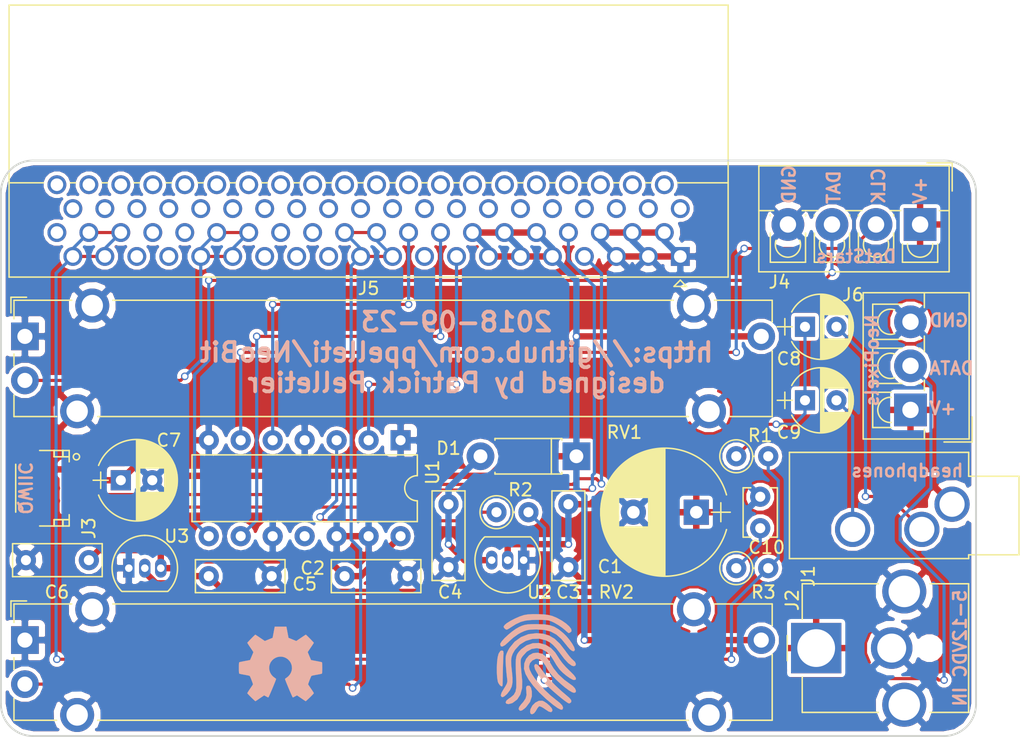
<source format=kicad_pcb>
(kicad_pcb (version 4) (host pcbnew 4.0.7)
  (title_block (title "NeoPixel and potentiometer adapter for micro:bit") (date 2018-09-23) (rev 2.0) (company "Patrick Pelletier"))
  (layers (0 F.Cu signal) (31 B.Cu signal) (34 B.Paste user) (35 F.Paste user) (36 B.SilkS user) (37 F.SilkS user) (38 B.Mask user) (39 F.Mask user) (44 Edge.Cuts user))
  (net 0 "")
  (net 1 +5V)
  (net 2 GND)
  (net 3 "Net-(C4-Pad1)")
  (net 4 +3V3)
  (net 5 /P0)
  (net 6 /P1)
  (net 7 /P2)
  (net 8 "Net-(R2-Pad1)")
  (net 9 +VDC)
  (net 10 /SDA)
  (net 11 /SCL)
  (net 12 /SCK)
  (net 13 /MOSI)
  (net 14 /P16)
  (net 15 "Net-(J6-Pad2)")
  (net 16 /SCK5)
  (net 17 /MOSI5)
  (net 18 "Net-(C8-Pad1)")
  (net 19 "Net-(C8-Pad2)")
  (net 20 "Net-(C10-Pad1)")
  (net 21 "Net-(C9-Pad2)")
  (module Capacitors_THT:CP_Radial_D10.0mm_P5.00mm (layer F.Cu) (at 173.99 111.76 180)
    (fp_text reference C1 (at 6.858 -4.318 180) (layer F.SilkS))
    (fp_text value 1000µF)
    (pad 1 thru_hole rect (at 0 0 180) (size 2 2) (drill 1) (layers *.Cu *.Mask) (net 9 +VDC))
    (pad 2 thru_hole circle (at 5 0 180) (size 2 2) (drill 1) (layers *.Cu *.Mask) (net 2 GND))
  )
  (module Capacitors_THT:C_Rect_L7.0mm_W2.5mm_P5.00mm (layer F.Cu) (at 146.05 116.84)
    (fp_text reference C2 (at -2.54 -0.635) (layer F.SilkS))
    (fp_text value 0.1µF)
    (pad 1 thru_hole circle (at 0 0) (size 1.6 1.6) (drill 0.8) (layers *.Cu *.Mask) (net 1 +5V))
    (pad 2 thru_hole circle (at 5 0) (size 1.6 1.6) (drill 0.8) (layers *.Cu *.Mask) (net 2 GND))
  )
  (module Capacitors_THT:C_Rect_L7.0mm_W2.5mm_P5.00mm (layer F.Cu) (at 163.83 111.125 270)
    (fp_text reference C3 (at 6.985 0 360) (layer F.SilkS))
    (fp_text value 1µF)
    (pad 1 thru_hole circle (at 0 0 270) (size 1.6 1.6) (drill 0.8) (layers *.Cu *.Mask) (net 9 +VDC))
    (pad 2 thru_hole circle (at 5 0 270) (size 1.6 1.6) (drill 0.8) (layers *.Cu *.Mask) (net 2 GND))
  )
  (module Capacitors_THT:C_Rect_L7.0mm_W2.5mm_P5.00mm (layer F.Cu) (at 154.305 111.125 270)
    (fp_text reference C4 (at 6.985 -0.127 360) (layer F.SilkS))
    (fp_text value 1µF)
    (pad 1 thru_hole circle (at 0 0 270) (size 1.6 1.6) (drill 0.8) (layers *.Cu *.Mask) (net 3 "Net-(C4-Pad1)"))
    (pad 2 thru_hole circle (at 5 0 270) (size 1.6 1.6) (drill 0.8) (layers *.Cu *.Mask) (net 2 GND))
  )
  (module footprints:BarrelJack_CUI_PJ-063AH_Horizontal_CircularHoles (layer F.Cu) (at 183.515 122.555 90)
    (fp_text reference J2 (at 3.81 -1.905 90) (layer F.SilkS))
    (fp_text value Barrel_Jack_MountingPin)
    (pad 1 thru_hole rect (at 0 0 90) (size 4 4) (drill 3) (layers *.Cu *.Mask) (net 9 +VDC))
    (pad 2 thru_hole circle (at 0 6 90) (size 3.3 3.3) (drill 2.3) (layers *.Cu *.Mask) (net 2 GND))
    (pad MP thru_hole circle (at -4.5 7 90) (size 3.5 3.5) (drill 2.5) (layers *.Cu *.Mask) (net 2 GND))
    (pad MP thru_hole circle (at 4.5 7 90) (size 3.5 3.5) (drill 2.5) (layers *.Cu *.Mask) (net 2 GND))
    (pad "" np_thru_hole circle (at 0 9 90) (size 1.6 1.6) (drill 1.6) (layers *.Cu *.Mask))
  )
  (module Housings_DIP:DIP-14_W7.62mm (layer F.Cu) (at 150.495 106.045 270)
    (fp_text reference U1 (at 2.54 -2.54 270) (layer F.SilkS))
    (fp_text value 74AHCT125)
    (pad 1 thru_hole rect (at 0 0 270) (size 1.6 1.6) (drill 0.8) (layers *.Cu *.Mask) (net 2 GND))
    (pad 8 thru_hole oval (at 7.62 15.24 270) (size 1.6 1.6) (drill 0.8) (layers *.Cu *.Mask) (net 17 /MOSI5))
    (pad 2 thru_hole oval (at 0 2.54 270) (size 1.6 1.6) (drill 0.8) (layers *.Cu *.Mask) (net 14 /P16))
    (pad 9 thru_hole oval (at 7.62 12.7 270) (size 1.6 1.6) (drill 0.8) (layers *.Cu *.Mask) (net 13 /MOSI))
    (pad 3 thru_hole oval (at 0 5.08 270) (size 1.6 1.6) (drill 0.8) (layers *.Cu *.Mask) (net 8 "Net-(R2-Pad1)"))
    (pad 10 thru_hole oval (at 7.62 10.16 270) (size 1.6 1.6) (drill 0.8) (layers *.Cu *.Mask) (net 2 GND))
    (pad 4 thru_hole oval (at 0 7.62 270) (size 1.6 1.6) (drill 0.8) (layers *.Cu *.Mask) (net 2 GND))
    (pad 11 thru_hole oval (at 7.62 7.62 270) (size 1.6 1.6) (drill 0.8) (layers *.Cu *.Mask))
    (pad 5 thru_hole oval (at 0 10.16 270) (size 1.6 1.6) (drill 0.8) (layers *.Cu *.Mask) (net 12 /SCK))
    (pad 12 thru_hole oval (at 7.62 5.08 270) (size 1.6 1.6) (drill 0.8) (layers *.Cu *.Mask) (net 2 GND))
    (pad 6 thru_hole oval (at 0 12.7 270) (size 1.6 1.6) (drill 0.8) (layers *.Cu *.Mask) (net 16 /SCK5))
    (pad 13 thru_hole oval (at 7.62 2.54 270) (size 1.6 1.6) (drill 0.8) (layers *.Cu *.Mask) (net 2 GND))
    (pad 7 thru_hole oval (at 0 15.24 270) (size 1.6 1.6) (drill 0.8) (layers *.Cu *.Mask) (net 2 GND))
    (pad 14 thru_hole oval (at 7.62 0 270) (size 1.6 1.6) (drill 0.8) (layers *.Cu *.Mask) (net 1 +5V))
  )
  (module TO_SOT_Packages_THT:TO-92_Inline_Narrow_Oval (layer F.Cu) (at 160.274 115.57 180)
    (fp_text reference U2 (at -1.27 -2.54 180) (layer F.SilkS))
    (fp_text value MCP1702-3302E_TO92)
    (pad 2 thru_hole oval (at 1.27 0) (size 0.9 1.5) (drill 0.6) (layers *.Cu *.Mask) (net 9 +VDC))
    (pad 3 thru_hole oval (at 2.54 0) (size 0.9 1.5) (drill 0.6) (layers *.Cu *.Mask) (net 3 "Net-(C4-Pad1)"))
    (pad 1 thru_hole rect (at 0 0) (size 0.9 1.5) (drill 0.6) (layers *.Cu *.Mask) (net 2 GND))
  )
  (module footprints:Bourns_PTA4543 (layer F.Cu) (at 120.65 97.79)
    (fp_text reference RV1 (at 47.625 7.62) (layer F.SilkS))
    (fp_text value 10K)
    (pad 1 thru_hole rect (at 0 0) (size 2.2 2.2) (drill 1.2) (layers *.Cu *.Mask) (net 2 GND))
    (pad 2 thru_hole circle (at 0 3.5) (size 2.2 2.2) (drill 1.2) (layers *.Cu *.Mask) (net 6 /P1))
    (pad 3 thru_hole circle (at 58.5 0) (size 2.2 2.2) (drill 1.2) (layers *.Cu *.Mask) (net 4 +3V3))
    (pad MP thru_hole circle (at 5.35 -2.45) (size 2.7 2.7) (drill 1.7) (layers *.Cu *.Mask) (net 2 GND))
    (pad MP thru_hole circle (at 53.15 -2.45) (size 2.7 2.7) (drill 1.7) (layers *.Cu *.Mask) (net 2 GND))
    (pad MP thru_hole circle (at 4.15 5.95) (size 2.7 2.7) (drill 1.7) (layers *.Cu *.Mask) (net 2 GND))
    (pad MP thru_hole circle (at 54.35 5.95) (size 2.7 2.7) (drill 1.7) (layers *.Cu *.Mask) (net 2 GND))
  )
  (module footprints:Bourns_PTA4543 (layer F.Cu) (at 120.65 121.92)
    (fp_text reference RV2 (at 46.99 -3.81) (layer F.SilkS))
    (fp_text value 10K)
    (pad 1 thru_hole rect (at 0 0) (size 2.2 2.2) (drill 1.2) (layers *.Cu *.Mask) (net 2 GND))
    (pad 2 thru_hole circle (at 0 3.5) (size 2.2 2.2) (drill 1.2) (layers *.Cu *.Mask) (net 7 /P2))
    (pad 3 thru_hole circle (at 58.5 0) (size 2.2 2.2) (drill 1.2) (layers *.Cu *.Mask) (net 4 +3V3))
    (pad MP thru_hole circle (at 5.35 -2.45) (size 2.7 2.7) (drill 1.7) (layers *.Cu *.Mask) (net 2 GND))
    (pad MP thru_hole circle (at 53.15 -2.45) (size 2.7 2.7) (drill 1.7) (layers *.Cu *.Mask) (net 2 GND))
    (pad MP thru_hole circle (at 4.15 5.95) (size 2.7 2.7) (drill 1.7) (layers *.Cu *.Mask) (net 2 GND))
    (pad MP thru_hole circle (at 54.35 5.95) (size 2.7 2.7) (drill 1.7) (layers *.Cu *.Mask) (net 2 GND))
  )
  (module footprints:Fingerprint (layer B.Cu) (at 161.29 123.825 180)
    (fp_text reference G*** hide)
    (fp_text value LOGO hide)
  )
  (module Symbols:OSHW-Symbol_6.7x6mm_SilkScreen (layer B.Cu) (at 140.97 123.825 180)
    (fp_text reference REF*** hide)
    (fp_text value OSHW-Symbol_6.7x6mm_SilkScreen hide)
  )
  (module Capacitors_THT:C_Rect_L7.0mm_W2.5mm_P5.00mm (layer F.Cu) (at 135.255 116.84)
    (fp_text reference C5 (at 7.62 0.635) (layer F.SilkS))
    (fp_text value 1µF)
    (pad 1 thru_hole circle (at 0 0) (size 1.6 1.6) (drill 0.8) (layers *.Cu *.Mask) (net 9 +VDC))
    (pad 2 thru_hole circle (at 5 0) (size 1.6 1.6) (drill 0.8) (layers *.Cu *.Mask) (net 2 GND))
  )
  (module Capacitors_THT:C_Rect_L7.0mm_W2.5mm_P5.00mm (layer F.Cu) (at 125.73 115.57 180)
    (fp_text reference C6 (at 2.54 -2.54 180) (layer F.SilkS))
    (fp_text value 1µF)
    (pad 1 thru_hole circle (at 0 0 180) (size 1.6 1.6) (drill 0.8) (layers *.Cu *.Mask) (net 1 +5V))
    (pad 2 thru_hole circle (at 5 0 180) (size 1.6 1.6) (drill 0.8) (layers *.Cu *.Mask) (net 2 GND))
  )
  (module Connectors_JST:JST_SH_SM04B-SRSS-TB_04x1.00mm_Angled (layer F.Cu) (at 122.555 109.855 270)
    (fp_text reference J3 (at 3.175 -3.175 270) (layer F.SilkS))
    (fp_text value Qwiic)
    (pad 1 smd rect (at -1.5 -1.9375 270) (size 0.6 1.55) (layers F.Cu F.Paste F.Mask) (net 2 GND))
    (pad 2 smd rect (at -0.5 -1.9375 270) (size 0.6 1.55) (layers F.Cu F.Paste F.Mask) (net 4 +3V3))
    (pad 3 smd rect (at 0.5 -1.9375 270) (size 0.6 1.55) (layers F.Cu F.Paste F.Mask) (net 10 /SDA))
    (pad 4 smd rect (at 1.5 -1.9375 270) (size 0.6 1.55) (layers F.Cu F.Paste F.Mask) (net 11 /SCL))
    (pad "" smd rect (at -2.8 1.9375 270) (size 1.2 1.8) (layers F.Cu F.Paste F.Mask))
    (pad "" smd rect (at 2.8 1.9375 270) (size 1.2 1.8) (layers F.Cu F.Paste F.Mask))
  )
  (module footprints:TerminalBlock_4Ucon_1x04_P3.50mm_Vertical (layer F.Cu) (at 191.77 88.9 180)
    (fp_text reference J4 (at 11.176 -4.572 180) (layer F.SilkS))
    (fp_text value DotStars)
    (pad 1 thru_hole rect (at 0 0 180) (size 2.6 2.6) (drill 1.3) (layers *.Cu *.Mask) (net 9 +VDC))
    (pad 2 thru_hole circle (at 3.5 0 180) (size 2.6 2.6) (drill 1.3) (layers *.Cu *.Mask) (net 16 /SCK5))
    (pad 3 thru_hole circle (at 7 0 180) (size 2.6 2.6) (drill 1.3) (layers *.Cu *.Mask) (net 17 /MOSI5))
    (pad 4 thru_hole circle (at 10.5 0 180) (size 2.6 2.6) (drill 1.3) (layers *.Cu *.Mask) (net 2 GND))
  )
  (module footprints:TerminalBlock_4Ucon_1x03_P3.50mm_Vertical (layer F.Cu) (at 191.008 103.632 90)
    (fp_text reference J6 (at 9.144 -4.572 180) (layer F.SilkS))
    (fp_text value NeoPixels)
    (pad 1 thru_hole rect (at 0 0 90) (size 2.6 2.6) (drill 1.3) (layers *.Cu *.Mask) (net 9 +VDC))
    (pad 2 thru_hole circle (at 3.5 0 90) (size 2.6 2.6) (drill 1.3) (layers *.Cu *.Mask) (net 15 "Net-(J6-Pad2)"))
    (pad 3 thru_hole circle (at 7 0 90) (size 2.6 2.6) (drill 1.3) (layers *.Cu *.Mask) (net 2 GND))
  )
  (module TO_SOT_Packages_THT:TO-92_Inline_Narrow_Oval (layer F.Cu) (at 128.905 116.205)
    (fp_text reference U3 (at 3.81 -2.54) (layer F.SilkS))
    (fp_text value MCP1702-5002E_TO92)
    (pad 2 thru_hole oval (at 1.27 0 180) (size 0.9 1.5) (drill 0.6) (layers *.Cu *.Mask) (net 9 +VDC))
    (pad 3 thru_hole oval (at 2.54 0 180) (size 0.9 1.5) (drill 0.6) (layers *.Cu *.Mask) (net 1 +5V))
    (pad 1 thru_hole rect (at 0 0 180) (size 0.9 1.5) (drill 0.6) (layers *.Cu *.Mask) (net 2 GND))
  )
  (module Diodes_THT:D_DO-41_SOD81_P7.62mm_Horizontal (layer F.Cu) (at 164.465 107.315 180)
    (fp_text reference D1 (at 10.16 0.635 180) (layer F.SilkS))
    (fp_text value D_Schottky)
    (pad 1 thru_hole rect (at 0 0 180) (size 2.2 2.2) (drill 1.1) (layers *.Cu *.Mask) (net 4 +3V3))
    (pad 2 thru_hole oval (at 7.62 0 180) (size 2.2 2.2) (drill 1.1) (layers *.Cu *.Mask) (net 3 "Net-(C4-Pad1)"))
  )
  (module footprints:SJ1-3533NG (layer F.Cu) (at 194.31 111.125 270)
    (fp_text reference J1 (at 5.715 11.43 270) (layer F.SilkS))
    (fp_text value AudioJack3_Ground)
    (pad S thru_hole circle (at 0 0 270) (size 2.8 2.8) (drill 2) (layers *.Cu *.Mask) (net 2 GND))
    (pad T thru_hole circle (at 2 2.4 270) (size 2.8 2.8) (drill 2) (layers *.Cu *.Mask) (net 19 "Net-(C8-Pad2)"))
    (pad R thru_hole circle (at 2 7.9 270) (size 2.8 2.8) (drill 2) (layers *.Cu *.Mask) (net 21 "Net-(C9-Pad2)"))
  )
  (module Capacitors_THT:CP_Radial_D6.3mm_P2.50mm (layer F.Cu) (at 128.27 109.22)
    (fp_text reference C7 (at 3.81 -3.175) (layer F.SilkS))
    (fp_text value 47µF)
    (pad 1 thru_hole rect (at 0 0) (size 1.6 1.6) (drill 0.8) (layers *.Cu *.Mask) (net 4 +3V3))
    (pad 2 thru_hole circle (at 2.5 0) (size 1.6 1.6) (drill 0.8) (layers *.Cu *.Mask) (net 2 GND))
  )
  (module footprints:4UCON_10156_2x40_P1.27mm_Socket_Horizontal (layer F.Cu) (at 172.72 91.44 180)
    (fp_text reference J5 (at 24.765 -2.54 180) (layer F.SilkS))
    (fp_text value microbit_edge_connector)
    (pad 1 thru_hole rect (at 0 0 180) (size 1.5 1.5) (drill 1) (layers *.Cu *.Mask) (net 2 GND))
    (pad 2 thru_hole circle (at 0 3.8 180) (size 1.5 1.5) (drill 1) (layers *.Cu *.Mask))
    (pad 3 thru_hole circle (at 1.27 1.9 180) (size 1.5 1.5) (drill 1) (layers *.Cu *.Mask) (net 2 GND))
    (pad 4 thru_hole circle (at 1.27 5.7 180) (size 1.5 1.5) (drill 1) (layers *.Cu *.Mask))
    (pad 5 thru_hole circle (at 2.54 0 180) (size 1.5 1.5) (drill 1) (layers *.Cu *.Mask) (net 2 GND))
    (pad 6 thru_hole circle (at 2.54 3.8 180) (size 1.5 1.5) (drill 1) (layers *.Cu *.Mask))
    (pad 7 thru_hole circle (at 3.81 1.9 180) (size 1.5 1.5) (drill 1) (layers *.Cu *.Mask) (net 2 GND))
    (pad 8 thru_hole circle (at 3.81 5.7 180) (size 1.5 1.5) (drill 1) (layers *.Cu *.Mask))
    (pad 9 thru_hole circle (at 5.08 0 180) (size 1.5 1.5) (drill 1) (layers *.Cu *.Mask) (net 2 GND))
    (pad 10 thru_hole circle (at 5.08 3.8 180) (size 1.5 1.5) (drill 1) (layers *.Cu *.Mask))
    (pad 11 thru_hole circle (at 6.35 1.9 180) (size 1.5 1.5) (drill 1) (layers *.Cu *.Mask) (net 2 GND))
    (pad 12 thru_hole circle (at 6.35 5.7 180) (size 1.5 1.5) (drill 1) (layers *.Cu *.Mask))
    (pad 13 thru_hole circle (at 7.62 0 180) (size 1.5 1.5) (drill 1) (layers *.Cu *.Mask) (net 10 /SDA))
    (pad 14 thru_hole circle (at 7.62 3.8 180) (size 1.5 1.5) (drill 1) (layers *.Cu *.Mask))
    (pad 15 thru_hole circle (at 8.89 1.9 180) (size 1.5 1.5) (drill 1) (layers *.Cu *.Mask) (net 11 /SCL))
    (pad 16 thru_hole circle (at 8.89 5.7 180) (size 1.5 1.5) (drill 1) (layers *.Cu *.Mask))
    (pad 17 thru_hole circle (at 10.16 0 180) (size 1.5 1.5) (drill 1) (layers *.Cu *.Mask) (net 4 +3V3))
    (pad 18 thru_hole circle (at 10.16 3.8 180) (size 1.5 1.5) (drill 1) (layers *.Cu *.Mask))
    (pad 19 thru_hole circle (at 11.43 1.9 180) (size 1.5 1.5) (drill 1) (layers *.Cu *.Mask) (net 4 +3V3))
    (pad 20 thru_hole circle (at 11.43 5.7 180) (size 1.5 1.5) (drill 1) (layers *.Cu *.Mask))
    (pad 21 thru_hole circle (at 12.7 0 180) (size 1.5 1.5) (drill 1) (layers *.Cu *.Mask) (net 4 +3V3))
    (pad 22 thru_hole circle (at 12.7 3.8 180) (size 1.5 1.5) (drill 1) (layers *.Cu *.Mask))
    (pad 23 thru_hole circle (at 13.97 1.9 180) (size 1.5 1.5) (drill 1) (layers *.Cu *.Mask) (net 4 +3V3))
    (pad 24 thru_hole circle (at 13.97 5.7 180) (size 1.5 1.5) (drill 1) (layers *.Cu *.Mask))
    (pad 25 thru_hole circle (at 15.24 0 180) (size 1.5 1.5) (drill 1) (layers *.Cu *.Mask) (net 4 +3V3))
    (pad 26 thru_hole circle (at 15.24 3.8 180) (size 1.5 1.5) (drill 1) (layers *.Cu *.Mask))
    (pad 27 thru_hole circle (at 16.51 1.9 180) (size 1.5 1.5) (drill 1) (layers *.Cu *.Mask) (net 4 +3V3))
    (pad 28 thru_hole circle (at 16.51 5.7 180) (size 1.5 1.5) (drill 1) (layers *.Cu *.Mask))
    (pad 29 thru_hole circle (at 17.78 0 180) (size 1.5 1.5) (drill 1) (layers *.Cu *.Mask) (net 14 /P16))
    (pad 30 thru_hole circle (at 17.78 3.8 180) (size 1.5 1.5) (drill 1) (layers *.Cu *.Mask))
    (pad 31 thru_hole circle (at 19.05 1.9 180) (size 1.5 1.5) (drill 1) (layers *.Cu *.Mask) (net 13 /MOSI))
    (pad 32 thru_hole circle (at 19.05 5.7 180) (size 1.5 1.5) (drill 1) (layers *.Cu *.Mask))
    (pad 33 thru_hole circle (at 20.32 0 180) (size 1.5 1.5) (drill 1) (layers *.Cu *.Mask))
    (pad 34 thru_hole circle (at 20.32 3.8 180) (size 1.5 1.5) (drill 1) (layers *.Cu *.Mask))
    (pad 35 thru_hole circle (at 21.59 1.9 180) (size 1.5 1.5) (drill 1) (layers *.Cu *.Mask) (net 12 /SCK))
    (pad 36 thru_hole circle (at 21.59 5.7 180) (size 1.5 1.5) (drill 1) (layers *.Cu *.Mask))
    (pad 37 thru_hole circle (at 22.86 0 180) (size 1.5 1.5) (drill 1) (layers *.Cu *.Mask) (net 7 /P2))
    (pad 38 thru_hole circle (at 22.86 3.8 180) (size 1.5 1.5) (drill 1) (layers *.Cu *.Mask))
    (pad 39 thru_hole circle (at 24.13 1.9 180) (size 1.5 1.5) (drill 1) (layers *.Cu *.Mask) (net 7 /P2))
    (pad 40 thru_hole circle (at 24.13 5.7 180) (size 1.5 1.5) (drill 1) (layers *.Cu *.Mask))
    (pad 41 thru_hole circle (at 25.4 0 180) (size 1.5 1.5) (drill 1) (layers *.Cu *.Mask) (net 7 /P2))
    (pad 42 thru_hole circle (at 25.4 3.8 180) (size 1.5 1.5) (drill 1) (layers *.Cu *.Mask))
    (pad 43 thru_hole circle (at 26.67 1.9 180) (size 1.5 1.5) (drill 1) (layers *.Cu *.Mask) (net 7 /P2))
    (pad 44 thru_hole circle (at 26.67 5.7 180) (size 1.5 1.5) (drill 1) (layers *.Cu *.Mask))
    (pad 45 thru_hole circle (at 27.94 0 180) (size 1.5 1.5) (drill 1) (layers *.Cu *.Mask))
    (pad 46 thru_hole circle (at 27.94 3.8 180) (size 1.5 1.5) (drill 1) (layers *.Cu *.Mask))
    (pad 47 thru_hole circle (at 29.21 1.9 180) (size 1.5 1.5) (drill 1) (layers *.Cu *.Mask))
    (pad 48 thru_hole circle (at 29.21 5.7 180) (size 1.5 1.5) (drill 1) (layers *.Cu *.Mask))
    (pad 49 thru_hole circle (at 30.48 0 180) (size 1.5 1.5) (drill 1) (layers *.Cu *.Mask))
    (pad 50 thru_hole circle (at 30.48 3.8 180) (size 1.5 1.5) (drill 1) (layers *.Cu *.Mask))
    (pad 51 thru_hole circle (at 31.75 1.9 180) (size 1.5 1.5) (drill 1) (layers *.Cu *.Mask))
    (pad 52 thru_hole circle (at 31.75 5.7 180) (size 1.5 1.5) (drill 1) (layers *.Cu *.Mask))
    (pad 53 thru_hole circle (at 33.02 0 180) (size 1.5 1.5) (drill 1) (layers *.Cu *.Mask))
    (pad 54 thru_hole circle (at 33.02 3.8 180) (size 1.5 1.5) (drill 1) (layers *.Cu *.Mask))
    (pad 55 thru_hole circle (at 34.29 1.9 180) (size 1.5 1.5) (drill 1) (layers *.Cu *.Mask) (net 6 /P1))
    (pad 56 thru_hole circle (at 34.29 5.7 180) (size 1.5 1.5) (drill 1) (layers *.Cu *.Mask))
    (pad 57 thru_hole circle (at 35.56 0 180) (size 1.5 1.5) (drill 1) (layers *.Cu *.Mask) (net 6 /P1))
    (pad 58 thru_hole circle (at 35.56 3.8 180) (size 1.5 1.5) (drill 1) (layers *.Cu *.Mask))
    (pad 59 thru_hole circle (at 36.83 1.9 180) (size 1.5 1.5) (drill 1) (layers *.Cu *.Mask) (net 6 /P1))
    (pad 60 thru_hole circle (at 36.83 5.7 180) (size 1.5 1.5) (drill 1) (layers *.Cu *.Mask))
    (pad 61 thru_hole circle (at 38.1 0 180) (size 1.5 1.5) (drill 1) (layers *.Cu *.Mask) (net 6 /P1))
    (pad 62 thru_hole circle (at 38.1 3.8 180) (size 1.5 1.5) (drill 1) (layers *.Cu *.Mask))
    (pad 63 thru_hole circle (at 39.37 1.9 180) (size 1.5 1.5) (drill 1) (layers *.Cu *.Mask))
    (pad 64 thru_hole circle (at 39.37 5.7 180) (size 1.5 1.5) (drill 1) (layers *.Cu *.Mask))
    (pad 65 thru_hole circle (at 40.64 0 180) (size 1.5 1.5) (drill 1) (layers *.Cu *.Mask))
    (pad 66 thru_hole circle (at 40.64 3.8 180) (size 1.5 1.5) (drill 1) (layers *.Cu *.Mask))
    (pad 67 thru_hole circle (at 41.91 1.9 180) (size 1.5 1.5) (drill 1) (layers *.Cu *.Mask))
    (pad 68 thru_hole circle (at 41.91 5.7 180) (size 1.5 1.5) (drill 1) (layers *.Cu *.Mask))
    (pad 69 thru_hole circle (at 43.18 0 180) (size 1.5 1.5) (drill 1) (layers *.Cu *.Mask))
    (pad 70 thru_hole circle (at 43.18 3.8 180) (size 1.5 1.5) (drill 1) (layers *.Cu *.Mask))
    (pad 71 thru_hole circle (at 44.45 1.9 180) (size 1.5 1.5) (drill 1) (layers *.Cu *.Mask) (net 5 /P0))
    (pad 72 thru_hole circle (at 44.45 5.7 180) (size 1.5 1.5) (drill 1) (layers *.Cu *.Mask))
    (pad 73 thru_hole circle (at 45.72 0 180) (size 1.5 1.5) (drill 1) (layers *.Cu *.Mask) (net 5 /P0))
    (pad 74 thru_hole circle (at 45.72 3.8 180) (size 1.5 1.5) (drill 1) (layers *.Cu *.Mask))
    (pad 75 thru_hole circle (at 46.99 1.9 180) (size 1.5 1.5) (drill 1) (layers *.Cu *.Mask) (net 5 /P0))
    (pad 76 thru_hole circle (at 46.99 5.7 180) (size 1.5 1.5) (drill 1) (layers *.Cu *.Mask))
    (pad 77 thru_hole circle (at 48.26 0 180) (size 1.5 1.5) (drill 1) (layers *.Cu *.Mask) (net 5 /P0))
    (pad 78 thru_hole circle (at 48.26 3.8 180) (size 1.5 1.5) (drill 1) (layers *.Cu *.Mask))
    (pad 79 thru_hole circle (at 49.53 1.9 180) (size 1.5 1.5) (drill 1) (layers *.Cu *.Mask))
    (pad 80 thru_hole circle (at 49.53 5.7 180) (size 1.5 1.5) (drill 1) (layers *.Cu *.Mask))
  )
  (module Capacitors_THT:CP_Radial_D5.0mm_P2.50mm (layer F.Cu) (at 182.626 97.028)
    (fp_text reference C8 (at -1.27 2.54) (layer F.SilkS))
    (fp_text value 220uF)
    (pad 1 thru_hole rect (at 0 0) (size 1.6 1.6) (drill 0.8) (layers *.Cu *.Mask) (net 18 "Net-(C8-Pad1)"))
    (pad 2 thru_hole circle (at 2.5 0) (size 1.6 1.6) (drill 0.8) (layers *.Cu *.Mask) (net 19 "Net-(C8-Pad2)"))
  )
  (module Capacitors_THT:CP_Radial_D5.0mm_P2.50mm (layer F.Cu) (at 182.626 102.87)
    (fp_text reference C9 (at -1.27 2.54) (layer F.SilkS))
    (fp_text value 220uF)
    (pad 1 thru_hole rect (at 0 0) (size 1.6 1.6) (drill 0.8) (layers *.Cu *.Mask) (net 18 "Net-(C8-Pad1)"))
    (pad 2 thru_hole circle (at 2.5 0) (size 1.6 1.6) (drill 0.8) (layers *.Cu *.Mask) (net 21 "Net-(C9-Pad2)"))
  )
  (module Capacitors_THT:C_Disc_D3.8mm_W2.6mm_P2.50mm (layer F.Cu) (at 179.07 113.03 90)
    (fp_text reference C10 (at -1.524 0.508 180) (layer F.SilkS))
    (fp_text value 10nF)
    (pad 1 thru_hole circle (at 0 0 90) (size 1.6 1.6) (drill 0.8) (layers *.Cu *.Mask) (net 20 "Net-(C10-Pad1)"))
    (pad 2 thru_hole circle (at 2.5 0 90) (size 1.6 1.6) (drill 0.8) (layers *.Cu *.Mask) (net 2 GND))
  )
  (module Resistors_THT:R_Axial_DIN0207_L6.3mm_D2.5mm_P2.54mm_Vertical (layer F.Cu) (at 177.165 107.315)
    (fp_text reference R1 (at 1.905 -1.651) (layer F.SilkS))
    (fp_text value 100)
    (pad 1 thru_hole circle (at 0 0) (size 1.6 1.6) (drill 0.8) (layers *.Cu *.Mask) (net 18 "Net-(C8-Pad1)"))
    (pad 2 thru_hole oval (at 2.54 0) (size 1.6 1.6) (drill 0.8) (layers *.Cu *.Mask) (net 5 /P0))
  )
  (module Resistors_THT:R_Axial_DIN0207_L6.3mm_D2.5mm_P2.54mm_Vertical (layer F.Cu) (at 158.115 111.76)
    (fp_text reference R2 (at 1.905 -1.778) (layer F.SilkS))
    (fp_text value 470)
    (pad 1 thru_hole circle (at 0 0) (size 1.6 1.6) (drill 0.8) (layers *.Cu *.Mask) (net 8 "Net-(R2-Pad1)"))
    (pad 2 thru_hole oval (at 2.54 0) (size 1.6 1.6) (drill 0.8) (layers *.Cu *.Mask) (net 15 "Net-(J6-Pad2)"))
  )
  (module Resistors_THT:R_Axial_DIN0207_L6.3mm_D2.5mm_P2.54mm_Vertical (layer F.Cu) (at 177.165 116.205)
    (fp_text reference R3 (at 2.159 1.905) (layer F.SilkS))
    (fp_text value 22)
    (pad 1 thru_hole circle (at 0 0) (size 1.6 1.6) (drill 0.8) (layers *.Cu *.Mask) (net 20 "Net-(C10-Pad1)"))
    (pad 2 thru_hole oval (at 2.54 0) (size 1.6 1.6) (drill 0.8) (layers *.Cu *.Mask) (net 5 /P0))
  )
  (gr_text QWIIC (at 120.65 109.855 270) (layer B.SilkS) (effects (font (size 1 1) (thickness 0.2)) (justify mirror)))
  (gr_text DotStars (at 186.69 91.44) (layer B.SilkS) (effects (font (size 1 1) (thickness 0.2)) (justify mirror)))
  (gr_text GND (at 181.356 87.376 90) (layer B.SilkS) (effects (font (size 1 1) (thickness 0.2)) (justify right mirror)))
  (gr_text DAT (at 184.912 87.376 90) (layer B.SilkS) (effects (font (size 1 1) (thickness 0.2)) (justify right mirror)))
  (gr_text CLK (at 188.468 87.376 90) (layer B.SilkS) (effects (font (size 1 1) (thickness 0.2)) (justify right mirror)))
  (gr_text +V (at 191.77 87.376 90) (layer B.SilkS) (effects (font (size 1 1) (thickness 0.2)) (justify right mirror)))
  (gr_text headphones (at 190.754 108.458) (layer B.SilkS) (effects (font (size 1 1) (thickness 0.2)) (justify mirror)))
  (gr_line (start 121.285 129.54) (end 193.675 129.54) (angle 90) (layer Edge.Cuts) (width 0.15))
  (gr_line (start 121.285 83.82) (end 193.675 83.82) (angle 90) (layer Edge.Cuts) (width 0.15))
  (gr_text NeoPixels (at 187.96 99.695 90) (layer B.SilkS) (effects (font (size 1 1) (thickness 0.2)) (justify mirror)))
  (gr_text "5-12VDC IN" (at 194.945 122.555 90) (layer B.SilkS) (effects (font (size 1 1) (thickness 0.2)) (justify mirror)))
  (gr_text DATA (at 192.405 100.33) (layer B.SilkS) (effects (font (size 1 1) (thickness 0.2)) (justify right mirror)))
  (gr_text GND (at 192.405 96.52) (layer B.SilkS) (effects (font (size 1 1) (thickness 0.2)) (justify right mirror)))
  (gr_text +V (at 192.405 103.505) (layer B.SilkS) (effects (font (size 1 1) (thickness 0.2)) (justify right mirror)))
  (gr_text "2018-09-23\nhttps://github.com/ppelleti/NeoBit\ndesigned by Patrick Pelletier" (at 154.94 99.06) (layer B.SilkS) (effects (font (size 1.5 1.5) (thickness 0.3)) (justify mirror)))
  (gr_line (start 196.215 127) (end 196.215 86.36) (angle 90) (layer Edge.Cuts) (width 0.15))
  (gr_line (start 118.745 86.36) (end 118.745 127) (angle 90) (layer Edge.Cuts) (width 0.15))
  (gr_arc (start 193.675 127) (end 196.215 127) (angle 90) (layer Edge.Cuts) (width 0.15))
  (gr_arc (start 193.675 86.36) (end 193.675 83.82) (angle 90) (layer Edge.Cuts) (width 0.15))
  (gr_arc (start 121.285 127) (end 121.285 129.54) (angle 90) (layer Edge.Cuts) (width 0.15))
  (gr_arc (start 121.285 86.36) (end 118.745 86.36) (angle 90) (layer Edge.Cuts) (width 0.15))
  (segment (start 146.05 116.84) (end 147.32 116.84) (width 0.508) (layer F.Cu) (net 1))
  (segment (start 147.32 116.84) (end 150.495 113.665) (width 0.508) (layer F.Cu) (net 1))
  (segment (start 131.445 116.205) (end 132.403 116.205) (width 0.508) (layer F.Cu) (net 1))
  (segment (start 132.403 116.205) (end 133.022001 115.585999) (width 0.508) (layer F.Cu) (net 1))
  (segment (start 133.022001 115.585999) (end 144.795999 115.585999) (width 0.508) (layer F.Cu) (net 1))
  (segment (start 144.795999 115.585999) (end 146.05 116.84) (width 0.508) (layer F.Cu) (net 1))
  (segment (start 125.73 115.57) (end 126.529999 114.770001) (width 0.508) (layer F.Cu) (net 1))
  (segment (start 126.529999 114.770001) (end 131.268001 114.770001) (width 0.508) (layer F.Cu) (net 1))
  (segment (start 131.268001 114.770001) (end 131.445 114.947) (width 0.508) (layer F.Cu) (net 1))
  (segment (start 131.445 114.947) (end 131.445 116.205) (width 0.508) (layer F.Cu) (net 1))
  (segment (start 170.18 91.44) (end 172.72 91.44) (width 0.508) (layer F.Cu) (net 2))
  (segment (start 167.64 91.44) (end 170.18 91.44) (width 0.508) (layer F.Cu) (net 2))
  (segment (start 168.91 89.54) (end 171.45 89.54) (width 0.508) (layer F.Cu) (net 2))
  (segment (start 166.37 89.54) (end 168.91 89.54) (width 0.508) (layer F.Cu) (net 2))
  (segment (start 171.45 89.54) (end 171.45 90.17) (width 0.508) (layer B.Cu) (net 2))
  (segment (start 171.45 90.17) (end 172.72 91.44) (width 0.508) (layer B.Cu) (net 2))
  (segment (start 168.91 89.54) (end 168.91 90.17) (width 0.508) (layer B.Cu) (net 2))
  (segment (start 168.91 90.17) (end 170.18 91.44) (width 0.508) (layer B.Cu) (net 2))
  (segment (start 166.37 89.54) (end 166.37 90.17) (width 0.508) (layer B.Cu) (net 2))
  (segment (start 166.37 90.17) (end 167.64 91.44) (width 0.508) (layer B.Cu) (net 2))
  (segment (start 154.305 114.3) (end 154.305 111.125) (width 0.508) (layer B.Cu) (net 3))
  (segment (start 157.734 115.57) (end 155.575 115.57) (width 0.508) (layer F.Cu) (net 3))
  (segment (start 155.575 115.57) (end 154.305 114.3) (width 0.508) (layer F.Cu) (net 3))
  (via (at 154.305 114.3) (size 0.6) (drill 0.4) (layers F.Cu B.Cu) (net 3))
  (segment (start 154.305 111.125) (end 154.305 109.855) (width 0.508) (layer B.Cu) (net 3))
  (segment (start 154.305 109.855) (end 156.845 107.315) (width 0.508) (layer B.Cu) (net 3))
  (segment (start 165.1 121.92) (end 179.15 121.92) (width 0.508) (layer F.Cu) (net 4))
  (segment (start 164.465 107.315) (end 164.465 109.904078) (width 0.508) (layer B.Cu) (net 4))
  (via (at 165.1 121.92) (size 0.6) (drill 0.4) (layers F.Cu B.Cu) (net 4))
  (segment (start 164.465 109.904078) (end 165.1 110.539078) (width 0.508) (layer B.Cu) (net 4))
  (segment (start 165.1 110.539078) (end 165.1 121.92) (width 0.508) (layer B.Cu) (net 4))
  (segment (start 128.27 109.22) (end 124.6275 109.22) (width 0.508) (layer F.Cu) (net 4))
  (segment (start 124.6275 109.22) (end 124.4925 109.355) (width 0.508) (layer F.Cu) (net 4))
  (segment (start 164.465 107.315) (end 159.144922 107.315) (width 0.508) (layer F.Cu) (net 4))
  (segment (start 159.144922 107.315) (end 157.590921 108.869001) (width 0.508) (layer F.Cu) (net 4))
  (segment (start 157.590921 108.869001) (end 132.274923 108.869001) (width 0.508) (layer F.Cu) (net 4))
  (segment (start 132.274923 108.869001) (end 131.371921 107.965999) (width 0.508) (layer F.Cu) (net 4))
  (segment (start 131.371921 107.965999) (end 129.524001 107.965999) (width 0.508) (layer F.Cu) (net 4))
  (segment (start 129.524001 107.965999) (end 128.27 109.22) (width 0.508) (layer F.Cu) (net 4))
  (segment (start 160.02 91.44) (end 162.56 91.44) (width 0.508) (layer F.Cu) (net 4))
  (segment (start 157.48 91.44) (end 160.02 91.44) (width 0.508) (layer F.Cu) (net 4))
  (segment (start 158.75 89.54) (end 161.29 89.54) (width 0.508) (layer F.Cu) (net 4))
  (segment (start 156.21 89.54) (end 158.75 89.54) (width 0.508) (layer F.Cu) (net 4))
  (segment (start 157.48 91.44) (end 157.48 90.81) (width 0.508) (layer B.Cu) (net 4))
  (segment (start 157.48 90.81) (end 156.21 89.54) (width 0.508) (layer B.Cu) (net 4))
  (segment (start 160.02 91.44) (end 160.02 90.81) (width 0.508) (layer B.Cu) (net 4))
  (segment (start 160.02 90.81) (end 158.75 89.54) (width 0.508) (layer B.Cu) (net 4))
  (segment (start 162.56 91.44) (end 162.56 90.81) (width 0.508) (layer B.Cu) (net 4))
  (segment (start 162.56 90.81) (end 161.29 89.54) (width 0.508) (layer B.Cu) (net 4))
  (segment (start 164.465 97.79) (end 164.465 93.345) (width 0.508) (layer B.Cu) (net 4))
  (segment (start 164.465 93.345) (end 162.56 91.44) (width 0.508) (layer B.Cu) (net 4))
  (segment (start 164.465 97.79) (end 179.15 97.79) (width 0.508) (layer F.Cu) (net 4))
  (segment (start 164.465 107.315) (end 164.465 97.79) (width 0.508) (layer B.Cu) (net 4))
  (via (at 164.465 97.79) (size 0.6) (drill 0.4) (layers F.Cu B.Cu) (net 4))
  (segment (start 179.705 107.315) (end 179.705 108.44637) (width 0.25) (layer B.Cu) (net 5))
  (segment (start 179.705 108.44637) (end 180.504999 109.246369) (width 0.25) (layer B.Cu) (net 5))
  (segment (start 180.504999 109.246369) (end 180.504999 115.405001) (width 0.25) (layer B.Cu) (net 5))
  (segment (start 180.504999 115.405001) (end 179.705 116.205) (width 0.25) (layer B.Cu) (net 5))
  (segment (start 176.784 123.444) (end 176.784 119.126) (width 0.25) (layer B.Cu) (net 5))
  (segment (start 176.784 119.126) (end 179.705 116.205) (width 0.25) (layer B.Cu) (net 5))
  (segment (start 123.19 123.444) (end 176.784 123.444) (width 0.25) (layer F.Cu) (net 5))
  (via (at 176.784 123.444) (size 0.6) (drill 0.4) (layers F.Cu B.Cu) (net 5))
  (segment (start 124.46 91.44) (end 123.124999 92.775001) (width 0.25) (layer B.Cu) (net 5))
  (segment (start 123.124999 92.775001) (end 123.124999 123.378999) (width 0.25) (layer B.Cu) (net 5))
  (segment (start 123.124999 123.378999) (end 123.19 123.444) (width 0.25) (layer B.Cu) (net 5))
  (via (at 123.19 123.444) (size 0.6) (drill 0.4) (layers F.Cu B.Cu) (net 5))
  (segment (start 124.46 91.44) (end 127 91.44) (width 0.25) (layer F.Cu) (net 5))
  (segment (start 125.73 89.54) (end 128.27 89.54) (width 0.25) (layer F.Cu) (net 5))
  (segment (start 124.46 91.44) (end 124.46 90.81) (width 0.25) (layer B.Cu) (net 5))
  (segment (start 124.46 90.81) (end 125.73 89.54) (width 0.25) (layer B.Cu) (net 5))
  (segment (start 127 91.44) (end 127 90.81) (width 0.25) (layer B.Cu) (net 5))
  (segment (start 127 90.81) (end 128.27 89.54) (width 0.25) (layer B.Cu) (net 5))
  (segment (start 134.62 91.44) (end 137.16 91.44) (width 0.25) (layer F.Cu) (net 6))
  (segment (start 135.89 89.54) (end 138.43 89.54) (width 0.25) (layer F.Cu) (net 6))
  (segment (start 137.16 91.44) (end 137.16 90.81) (width 0.25) (layer B.Cu) (net 6))
  (segment (start 137.16 90.81) (end 138.43 89.54) (width 0.25) (layer B.Cu) (net 6))
  (segment (start 134.62 91.44) (end 134.62 90.81) (width 0.25) (layer B.Cu) (net 6))
  (segment (start 134.62 90.81) (end 135.89 89.54) (width 0.25) (layer B.Cu) (net 6))
  (segment (start 133.35 100.965) (end 134.62 99.695) (width 0.25) (layer B.Cu) (net 6))
  (segment (start 134.62 99.695) (end 134.62 91.44) (width 0.25) (layer B.Cu) (net 6))
  (segment (start 120.65 101.29) (end 133.025 101.29) (width 0.25) (layer F.Cu) (net 6))
  (segment (start 133.025 101.29) (end 133.35 100.965) (width 0.25) (layer F.Cu) (net 6))
  (via (at 133.35 100.965) (size 0.6) (drill 0.4) (layers F.Cu B.Cu) (net 6))
  (segment (start 147.32 91.44) (end 149.86 91.44) (width 0.25) (layer F.Cu) (net 7))
  (segment (start 146.05 89.54) (end 148.59 89.54) (width 0.25) (layer F.Cu) (net 7))
  (segment (start 148.59 89.54) (end 148.59 90.17) (width 0.25) (layer B.Cu) (net 7))
  (segment (start 148.59 90.17) (end 149.86 91.44) (width 0.25) (layer B.Cu) (net 7))
  (segment (start 147.32 91.44) (end 147.32 90.81) (width 0.25) (layer B.Cu) (net 7))
  (segment (start 147.32 90.81) (end 146.05 89.54) (width 0.25) (layer B.Cu) (net 7))
  (segment (start 146.685 125.73) (end 147.32 125.095) (width 0.25) (layer B.Cu) (net 7))
  (segment (start 147.32 125.095) (end 147.32 114.695002) (width 0.25) (layer B.Cu) (net 7))
  (segment (start 147.32 114.695002) (end 146.570001 113.945003) (width 0.25) (layer B.Cu) (net 7))
  (segment (start 146.570001 113.945003) (end 146.570001 92.189999) (width 0.25) (layer B.Cu) (net 7))
  (segment (start 146.570001 92.189999) (end 147.32 91.44) (width 0.25) (layer B.Cu) (net 7))
  (segment (start 120.65 125.42) (end 146.375 125.42) (width 0.25) (layer F.Cu) (net 7))
  (segment (start 146.375 125.42) (end 146.685 125.73) (width 0.25) (layer F.Cu) (net 7))
  (via (at 146.685 125.73) (size 0.6) (drill 0.4) (layers F.Cu B.Cu) (net 7))
  (segment (start 144.403073 112.436184) (end 144.103074 112.136185) (width 0.25) (layer F.Cu) (net 8))
  (segment (start 156.98363 111.76) (end 156.307446 112.436184) (width 0.25) (layer F.Cu) (net 8))
  (segment (start 158.115 111.76) (end 156.98363 111.76) (width 0.25) (layer F.Cu) (net 8))
  (segment (start 144.403073 111.836186) (end 144.103074 112.136185) (width 0.25) (layer B.Cu) (net 8))
  (segment (start 156.307446 112.436184) (end 144.403073 112.436184) (width 0.25) (layer F.Cu) (net 8))
  (segment (start 145.415 110.824259) (end 144.403073 111.836186) (width 0.25) (layer B.Cu) (net 8))
  (segment (start 145.415 106.045) (end 145.415 110.824259) (width 0.25) (layer B.Cu) (net 8))
  (via (at 144.103074 112.136185) (size 0.6) (drill 0.4) (layers F.Cu B.Cu) (net 8))
  (segment (start 163.83 114.3) (end 159.016 114.3) (width 0.508) (layer F.Cu) (net 9))
  (segment (start 159.016 114.3) (end 159.004 114.312) (width 0.508) (layer F.Cu) (net 9))
  (segment (start 159.004 114.312) (end 159.004 115.57) (width 0.508) (layer F.Cu) (net 9))
  (segment (start 163.83 111.125) (end 163.83 114.3) (width 0.508) (layer B.Cu) (net 9))
  (via (at 163.83 114.3) (size 0.6) (drill 0.4) (layers F.Cu B.Cu) (net 9))
  (segment (start 165.580924 111.125) (end 163.83 111.125) (width 0.508) (layer F.Cu) (net 9))
  (segment (start 172.482 111.76) (end 171.027999 110.305999) (width 0.508) (layer F.Cu) (net 9))
  (segment (start 166.399925 110.305999) (end 165.580924 111.125) (width 0.508) (layer F.Cu) (net 9))
  (segment (start 171.027999 110.305999) (end 166.399925 110.305999) (width 0.508) (layer F.Cu) (net 9))
  (segment (start 173.99 111.76) (end 172.482 111.76) (width 0.508) (layer F.Cu) (net 9))
  (segment (start 135.255 116.84) (end 134.12363 116.84) (width 0.508) (layer F.Cu) (net 9))
  (segment (start 134.12363 116.84) (end 133.55462 117.40901) (width 0.508) (layer F.Cu) (net 9))
  (segment (start 131.070547 117.40901) (end 130.175 116.513463) (width 0.508) (layer F.Cu) (net 9))
  (segment (start 133.55462 117.40901) (end 131.070547 117.40901) (width 0.508) (layer F.Cu) (net 9))
  (segment (start 130.175 116.513463) (end 130.175 116.205) (width 0.508) (layer F.Cu) (net 9))
  (segment (start 173.99 115.57) (end 171.465999 118.094001) (width 0.508) (layer F.Cu) (net 9))
  (segment (start 171.465999 118.094001) (end 136.509001 118.094001) (width 0.508) (layer F.Cu) (net 9))
  (segment (start 136.509001 118.094001) (end 135.255 116.84) (width 0.508) (layer F.Cu) (net 9))
  (segment (start 173.99 111.76) (end 173.99 115.57) (width 0.508) (layer F.Cu) (net 9))
  (via (at 166.457026 109.510473) (size 0.6) (drill 0.4) (layers F.Cu B.Cu) (net 10))
  (segment (start 152.773587 110.355) (end 153.578599 109.549988) (width 0.25) (layer F.Cu) (net 10))
  (segment (start 166.457026 92.797026) (end 166.457026 109.510473) (width 0.25) (layer B.Cu) (net 10))
  (segment (start 165.1 91.44) (end 166.457026 92.797026) (width 0.25) (layer B.Cu) (net 10))
  (segment (start 124.4925 110.355) (end 152.773587 110.355) (width 0.25) (layer F.Cu) (net 10))
  (segment (start 153.578599 109.549988) (end 164.183602 109.549988) (width 0.25) (layer F.Cu) (net 10))
  (segment (start 164.183602 109.549988) (end 164.636897 109.096693) (width 0.25) (layer F.Cu) (net 10))
  (segment (start 164.636897 109.096693) (end 166.043246 109.096693) (width 0.25) (layer F.Cu) (net 10))
  (segment (start 166.043246 109.096693) (end 166.457026 109.510473) (width 0.25) (layer F.Cu) (net 10))
  (segment (start 165.735 109.855) (end 165.735 108.830002) (width 0.25) (layer B.Cu) (net 11))
  (segment (start 165.735 108.830002) (end 165.890001 108.675001) (width 0.25) (layer B.Cu) (net 11))
  (segment (start 165.890001 108.675001) (end 165.890001 93.821003) (width 0.25) (layer B.Cu) (net 11))
  (segment (start 165.890001 93.821003) (end 163.83 91.761002) (width 0.25) (layer B.Cu) (net 11))
  (segment (start 163.83 91.761002) (end 163.83 89.54) (width 0.25) (layer B.Cu) (net 11))
  (segment (start 124.4925 111.355) (end 152.409998 111.355) (width 0.25) (layer F.Cu) (net 11))
  (via (at 165.735 109.855) (size 0.6) (drill 0.4) (layers F.Cu B.Cu) (net 11))
  (segment (start 153.764999 109.999999) (end 165.590001 109.999999) (width 0.25) (layer F.Cu) (net 11))
  (segment (start 152.409998 111.355) (end 153.764999 109.999999) (width 0.25) (layer F.Cu) (net 11))
  (segment (start 165.590001 109.999999) (end 165.735 109.855) (width 0.25) (layer F.Cu) (net 11))
  (segment (start 151.13 95.25) (end 151.13 89.54) (width 0.25) (layer B.Cu) (net 12))
  (segment (start 140.335 95.25) (end 151.13 95.25) (width 0.25) (layer F.Cu) (net 12))
  (via (at 151.13 95.25) (size 0.6) (drill 0.4) (layers F.Cu B.Cu) (net 12))
  (segment (start 140.335 106.045) (end 140.335 95.25) (width 0.25) (layer B.Cu) (net 12))
  (via (at 140.335 95.25) (size 0.6) (drill 0.4) (layers F.Cu B.Cu) (net 12))
  (segment (start 153.67 97.79) (end 153.67 89.54) (width 0.25) (layer B.Cu) (net 13))
  (segment (start 139.065 97.79) (end 153.67 97.79) (width 0.25) (layer F.Cu) (net 13))
  (via (at 153.67 97.79) (size 0.6) (drill 0.4) (layers F.Cu B.Cu) (net 13))
  (segment (start 137.795 113.665) (end 139.065 112.395) (width 0.25) (layer B.Cu) (net 13))
  (segment (start 139.065 112.395) (end 139.065 97.79) (width 0.25) (layer B.Cu) (net 13))
  (via (at 139.065 97.79) (size 0.6) (drill 0.4) (layers F.Cu B.Cu) (net 13))
  (segment (start 154.94 101.6) (end 154.94 91.44) (width 0.25) (layer B.Cu) (net 14))
  (segment (start 147.955 101.6) (end 154.94 101.6) (width 0.25) (layer F.Cu) (net 14))
  (via (at 154.94 101.6) (size 0.6) (drill 0.4) (layers F.Cu B.Cu) (net 14))
  (segment (start 147.955 106.045) (end 147.955 101.6) (width 0.25) (layer B.Cu) (net 14))
  (via (at 147.955 101.6) (size 0.6) (drill 0.4) (layers F.Cu B.Cu) (net 14))
  (segment (start 161.925 125.095) (end 161.925 113.03) (width 0.25) (layer B.Cu) (net 15))
  (segment (start 161.925 113.03) (end 160.655 111.76) (width 0.25) (layer B.Cu) (net 15))
  (segment (start 193.675 125.095) (end 193.250736 125.095) (width 0.25) (layer F.Cu) (net 15))
  (segment (start 193.250736 125.095) (end 193.135735 124.979999) (width 0.25) (layer F.Cu) (net 15))
  (segment (start 162.040001 124.979999) (end 161.925 125.095) (width 0.25) (layer F.Cu) (net 15))
  (segment (start 193.135735 124.979999) (end 162.040001 124.979999) (width 0.25) (layer F.Cu) (net 15))
  (via (at 161.925 125.095) (size 0.6) (drill 0.4) (layers F.Cu B.Cu) (net 15))
  (segment (start 191.008 100.132) (end 192.633001 101.757001) (width 0.25) (layer B.Cu) (net 15))
  (segment (start 192.633001 101.757001) (end 192.633001 109.848997) (width 0.25) (layer B.Cu) (net 15))
  (segment (start 192.633001 109.848997) (end 190.184999 112.296999) (width 0.25) (layer B.Cu) (net 15))
  (segment (start 190.184999 112.296999) (end 190.184999 113.953001) (width 0.25) (layer B.Cu) (net 15))
  (segment (start 190.184999 113.953001) (end 193.675 117.443002) (width 0.25) (layer B.Cu) (net 15))
  (segment (start 193.675 117.443002) (end 193.675 125.095) (width 0.25) (layer B.Cu) (net 15))
  (via (at 193.675 125.095) (size 0.6) (drill 0.4) (layers F.Cu B.Cu) (net 15))
  (segment (start 137.795 99.06) (end 137.795 106.045) (width 0.25) (layer B.Cu) (net 16))
  (segment (start 177.165 99.06) (end 137.795 99.06) (width 0.25) (layer F.Cu) (net 16))
  (via (at 137.795 99.06) (size 0.6) (drill 0.4) (layers F.Cu B.Cu) (net 16))
  (segment (start 177.8 90.805) (end 177.165 91.44) (width 0.25) (layer B.Cu) (net 16))
  (segment (start 177.165 91.44) (end 177.165 99.06) (width 0.25) (layer B.Cu) (net 16))
  (via (at 177.165 99.06) (size 0.6) (drill 0.4) (layers F.Cu B.Cu) (net 16))
  (segment (start 188.27 88.9) (end 186.365 90.805) (width 0.25) (layer F.Cu) (net 16))
  (segment (start 186.365 90.805) (end 177.8 90.805) (width 0.25) (layer F.Cu) (net 16))
  (via (at 177.8 90.805) (size 0.6) (drill 0.4) (layers F.Cu B.Cu) (net 16))
  (segment (start 134.129999 112.539999) (end 135.255 113.665) (width 0.25) (layer B.Cu) (net 17))
  (segment (start 134.129999 100.821411) (end 134.129999 112.539999) (width 0.25) (layer B.Cu) (net 17))
  (segment (start 135.255 99.69641) (end 134.129999 100.821411) (width 0.25) (layer B.Cu) (net 17))
  (segment (start 135.255 93.345) (end 135.255 99.69641) (width 0.25) (layer B.Cu) (net 17))
  (segment (start 184.785 92.71) (end 184.15 93.345) (width 0.25) (layer F.Cu) (net 17))
  (segment (start 184.15 93.345) (end 135.255 93.345) (width 0.25) (layer F.Cu) (net 17))
  (via (at 135.255 93.345) (size 0.6) (drill 0.4) (layers F.Cu B.Cu) (net 17))
  (segment (start 184.77 88.9) (end 184.77 92.695) (width 0.25) (layer B.Cu) (net 17))
  (segment (start 184.77 92.695) (end 184.785 92.71) (width 0.25) (layer B.Cu) (net 17))
  (via (at 184.785 92.71) (size 0.6) (drill 0.4) (layers F.Cu B.Cu) (net 17))
  (segment (start 180.34 104.775) (end 179.705 104.775) (width 0.25) (layer F.Cu) (net 18))
  (segment (start 179.705 104.775) (end 177.165 107.315) (width 0.25) (layer F.Cu) (net 18))
  (segment (start 182.626 102.87) (end 182.626 103.92) (width 0.25) (layer B.Cu) (net 18))
  (segment (start 182.626 103.92) (end 181.771 104.775) (width 0.25) (layer B.Cu) (net 18))
  (segment (start 181.771 104.775) (end 180.34 104.775) (width 0.25) (layer B.Cu) (net 18))
  (via (at 180.34 104.775) (size 0.6) (drill 0.4) (layers F.Cu B.Cu) (net 18))
  (segment (start 182.626 97.028) (end 182.626 102.87) (width 0.25) (layer B.Cu) (net 18))
  (segment (start 187.435969 110.084932) (end 187.435969 110.509196) (width 0.25) (layer B.Cu) (net 19))
  (segment (start 187.435969 99.337969) (end 187.435969 110.084932) (width 0.25) (layer B.Cu) (net 19))
  (segment (start 185.126 97.028) (end 187.435969 99.337969) (width 0.25) (layer B.Cu) (net 19))
  (segment (start 189.294196 110.509196) (end 187.860233 110.509196) (width 0.25) (layer F.Cu) (net 19))
  (segment (start 191.91 113.125) (end 189.294196 110.509196) (width 0.25) (layer F.Cu) (net 19))
  (segment (start 187.860233 110.509196) (end 187.435969 110.509196) (width 0.25) (layer F.Cu) (net 19))
  (via (at 187.435969 110.509196) (size 0.6) (drill 0.4) (layers F.Cu B.Cu) (net 19))
  (segment (start 177.165 116.205) (end 179.07 114.3) (width 0.25) (layer B.Cu) (net 20))
  (segment (start 179.07 114.3) (end 179.07 113.03) (width 0.25) (layer B.Cu) (net 20))
  (segment (start 186.41 113.125) (end 186.41 104.154) (width 0.25) (layer B.Cu) (net 21))
  (segment (start 186.41 104.154) (end 185.126 102.87) (width 0.25) (layer B.Cu) (net 21))
  (zone (net 9) (net_name +VDC) (layer F.Cu) (priority 1) (connect_pads (clearance 0.3048)) (min_thickness 0.254) (fill yes (arc_segments 16) (thermal_gap 0.508) (thermal_bridge_width 0.508))
    (polygon (pts (xy 194.31 85.725) (xy 194.31 108.585) (xy 187.96 108.585) (xy 187.96 123.825) (xy 171.45 123.825) (xy 171.45 106.68) (xy 190.5 85.725)))
  )
  (zone (net 2) (net_name GND) (layer F.Cu) (connect_pads (clearance 0.3048)) (min_thickness 0.254) (fill yes (arc_segments 16) (thermal_gap 0.508) (thermal_bridge_width 0.508))
    (polygon (pts (xy 196.215 129.54) (xy 118.745 129.54) (xy 118.745 83.82) (xy 196.215 83.82)))
  )
  (zone (net 2) (net_name GND) (layer B.Cu) (connect_pads (clearance 0.3048)) (min_thickness 0.254) (fill yes (arc_segments 16) (thermal_gap 0.508) (thermal_bridge_width 0.508))
    (polygon (pts (xy 196.215 129.54) (xy 118.745 129.54) (xy 118.745 83.82) (xy 196.215 83.82)))
  )
)
</source>
